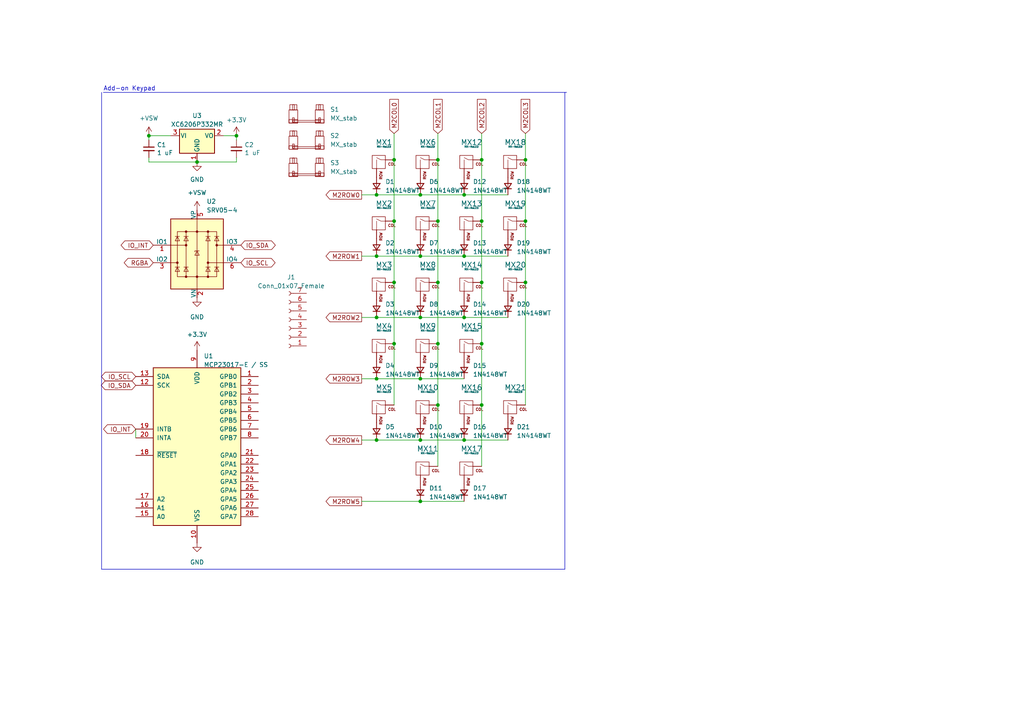
<source format=kicad_sch>
(kicad_sch (version 20231120) (generator "eeschema") (generator_version "8.0")
  (paper "A4")
  (lib_symbols
    (symbol "Connector:Conn_01x07_Female" (pin_names (offset 1.016) hide)
      (property "Reference" "J" (at 0 10.16 0))
      (property "Value" "Conn_01x07_Female" (at 0 -10.16 0))
      (symbol "Conn_01x07_Female_1_1"
        (arc (start 0 -7.112) (mid -0.5058 -7.62) (end 0 -8.128) (stroke (width 0.1524)))
        (arc (start 0 -4.572) (mid -0.5058 -5.08) (end 0 -5.588) (stroke (width 0.1524)))
        (arc (start 0 -2.032) (mid -0.5058 -2.54) (end 0 -3.048) (stroke (width 0.1524)))
        (polyline (pts (xy -1.27 -7.62) (xy -0.508 -7.62)) (stroke (width 0.1524)))
        (polyline (pts (xy -1.27 -5.08) (xy -0.508 -5.08)) (stroke (width 0.1524)))
        (polyline (pts (xy -1.27 -2.54) (xy -0.508 -2.54)) (stroke (width 0.1524)))
        (polyline (pts (xy -1.27 0) (xy -0.508 0)) (stroke (width 0.1524)))
        (polyline (pts (xy -1.27 2.54) (xy -0.508 2.54)) (stroke (width 0.1524)))
        (polyline (pts (xy -1.27 5.08) (xy -0.508 5.08)) (stroke (width 0.1524)))
        (polyline (pts (xy -1.27 7.62) (xy -0.508 7.62)) (stroke (width 0.1524)))
        (arc (start 0 0.508) (mid -0.5058 0) (end 0 -0.508) (stroke (width 0.1524)))
        (arc (start 0 3.048) (mid -0.5058 2.54) (end 0 2.032) (stroke (width 0.1524)))
        (arc (start 0 5.588) (mid -0.5058 5.08) (end 0 4.572) (stroke (width 0.1524)))
        (arc (start 0 8.128) (mid -0.5058 7.62) (end 0 7.112) (stroke (width 0.1524)))
        (pin passive line (at -5.08 7.62 0) (length 3.81) (name "Pin_1") (number "1"))
        (pin passive line (at -5.08 5.08 0) (length 3.81) (name "Pin_2") (number "2"))
        (pin passive line (at -5.08 2.54 0) (length 3.81) (name "Pin_3") (number "3"))
        (pin passive line (at -5.08 0 0) (length 3.81) (name "Pin_4") (number "4"))
        (pin passive line (at -5.08 -2.54 0) (length 3.81) (name "Pin_5") (number "5"))
        (pin passive line (at -5.08 -5.08 0) (length 3.81) (name "Pin_6") (number "6"))
        (pin passive line (at -5.08 -7.62 0) (length 3.81) (name "Pin_7") (number "7"))
      )
    )
    (symbol "Device:C_Small" (pin_numbers hide) (pin_names (offset 0.254) hide)
      (property "Reference" "C" (at 0.254 1.778 0))
      (property "Value" "C_Small" (at 0.254 -2.032 0))
      (symbol "C_Small_0_1"
        (polyline (pts (xy -1.524 -0.508) (xy 1.524 -0.508)) (stroke (width 0.3302)))
        (polyline (pts (xy -1.524 0.508) (xy 1.524 0.508)) (stroke (width 0.3048)))
      )
      (symbol "C_Small_1_1"
        (pin passive line (at 0 2.54 270) (length 2.032) (name "~") (number "1"))
        (pin passive line (at 0 -2.54 90) (length 2.032) (name "~") (number "2"))
      )
    )
    (symbol "Device:D_Small" (pin_numbers hide) (pin_names (offset 0.254) hide)
      (property "Reference" "D" (at -1.27 2.032 0))
      (property "Value" "D_Small" (at -3.81 -2.032 0))
      (symbol "D_Small_0_1"
        (polyline (pts (xy -0.762 -1.016) (xy -0.762 1.016)) (stroke (width 0.254)))
        (polyline (pts (xy -0.762 0) (xy 0.762 0)))
        (polyline (pts (xy 0.762 -1.016) (xy -0.762 0) (xy 0.762 1.016) (xy 0.762 -1.016)) (stroke (width 0.254)))
      )
      (symbol "D_Small_1_1"
        (pin passive line (at -2.54 0 0) (length 1.778) (name "K") (number "1"))
        (pin passive line (at 2.54 0 180) (length 1.778) (name "A") (number "2"))
      )
    )
    (symbol "Interface_Expansion:MCP23017_SO" (pin_names (offset 1.016))
      (property "Reference" "U" (at -11.43 24.13 0))
      (property "Value" "MCP23017_SO" (at 0 0 0))
      (symbol "MCP23017_SO_0_1"
        (rectangle (start -12.7 22.86) (end 12.7 -22.86) (stroke (width 0.254)) (fill (type background)))
      )
      (symbol "MCP23017_SO_1_1"
        (pin bidirectional line (at 17.78 20.32 180) (length 5.08) (name "GPB0") (number "1"))
        (pin power_in line (at 0 -27.94 90) (length 5.08) (name "VSS") (number "10"))
        (pin no_connect line (at -12.7 15.24 0) (length 5.08) hide (name "NC") (number "11"))
        (pin input line (at -17.78 17.78 0) (length 5.08) (name "SCK") (number "12"))
        (pin bidirectional line (at -17.78 20.32 0) (length 5.08) (name "SDA") (number "13"))
        (pin no_connect line (at -12.7 12.7 0) (length 5.08) hide (name "NC") (number "14"))
        (pin input line (at -17.78 -20.32 0) (length 5.08) (name "A0") (number "15"))
        (pin input line (at -17.78 -17.78 0) (length 5.08) (name "A1") (number "16"))
        (pin input line (at -17.78 -15.24 0) (length 5.08) (name "A2") (number "17"))
        (pin input line (at -17.78 -2.54 0) (length 5.08) (name "~{RESET}") (number "18"))
        (pin tri_state line (at -17.78 5.08 0) (length 5.08) (name "INTB") (number "19"))
        (pin bidirectional line (at 17.78 17.78 180) (length 5.08) (name "GPB1") (number "2"))
        (pin tri_state line (at -17.78 2.54 0) (length 5.08) (name "INTA") (number "20"))
        (pin bidirectional line (at 17.78 -2.54 180) (length 5.08) (name "GPA0") (number "21"))
        (pin bidirectional line (at 17.78 -5.08 180) (length 5.08) (name "GPA1") (number "22"))
        (pin bidirectional line (at 17.78 -7.62 180) (length 5.08) (name "GPA2") (number "23"))
        (pin bidirectional line (at 17.78 -10.16 180) (length 5.08) (name "GPA3") (number "24"))
        (pin bidirectional line (at 17.78 -12.7 180) (length 5.08) (name "GPA4") (number "25"))
        (pin bidirectional line (at 17.78 -15.24 180) (length 5.08) (name "GPA5") (number "26"))
        (pin bidirectional line (at 17.78 -17.78 180) (length 5.08) (name "GPA6") (number "27"))
        (pin bidirectional line (at 17.78 -20.32 180) (length 5.08) (name "GPA7") (number "28"))
        (pin bidirectional line (at 17.78 15.24 180) (length 5.08) (name "GPB2") (number "3"))
        (pin bidirectional line (at 17.78 12.7 180) (length 5.08) (name "GPB3") (number "4"))
        (pin bidirectional line (at 17.78 10.16 180) (length 5.08) (name "GPB4") (number "5"))
        (pin bidirectional line (at 17.78 7.62 180) (length 5.08) (name "GPB5") (number "6"))
        (pin bidirectional line (at 17.78 5.08 180) (length 5.08) (name "GPB6") (number "7"))
        (pin bidirectional line (at 17.78 2.54 180) (length 5.08) (name "GPB7") (number "8"))
        (pin power_in line (at 0 27.94 270) (length 5.08) (name "VDD") (number "9"))
      )
    )
    (symbol "MX_Alps_Hybrid:MX-NoLED" (pin_names (offset 1.016))
      (property "Reference" "MX" (at -0.635 3.81 0))
      (property "Value" "MX-NoLED" (at -0.635 1.27 0))
      (symbol "MX-NoLED_0_0"
        (rectangle (start -2.54 2.54) (end 1.27 -1.27))
        (polyline (pts (xy -1.27 -1.27) (xy -1.27 1.27)) (stroke (width 0.127)))
        (polyline (pts (xy 1.27 1.27) (xy 0 1.27) (xy -1.27 1.905)) (stroke (width 0.127)))
        (text "COL" (at 3.175 0 0) (effects (font (size 0.762 0.762))))
        (text "ROW" (at 0 -1.905 900) (effects (font (size 0.762 0.762)) (justify right)))
      )
      (symbol "MX-NoLED_1_1"
        (pin passive line (at 3.81 1.27 180) (length 2.54) (name "COL") (number "1"))
        (pin passive line (at -1.27 -3.81 90) (length 2.54) (name "ROW") (number "2"))
      )
    )
    (symbol "Power_Protection:SRV05-4" (pin_names (offset 0))
      (property "Reference" "U" (at -5.08 11.43 0))
      (property "Value" "SRV05-4" (at 2.54 11.43 0))
      (symbol "SRV05-4_0_0"
        (rectangle (start -5.715 6.477) (end 5.715 -6.604))
        (polyline (pts (xy -3.175 -6.604) (xy -3.175 6.477)))
        (polyline (pts (xy 3.175 6.477) (xy 3.175 -6.604)))
      )
      (symbol "SRV05-4_0_1"
        (rectangle (start -7.62 10.16) (end 7.62 -10.16) (stroke (width 0.254)) (fill (type background)))
        (circle (center -5.715 -2.54) (radius 0.2794) (fill (type outline)))
        (circle (center -3.175 -6.604) (radius 0.2794) (fill (type outline)))
        (circle (center -3.175 2.54) (radius 0.2794) (fill (type outline)))
        (circle (center -3.175 6.477) (radius 0.2794) (fill (type outline)))
        (circle (center 0 -6.604) (radius 0.2794) (fill (type outline)))
        (polyline (pts (xy -7.747 2.54) (xy -3.175 2.54)))
        (polyline (pts (xy -7.62 -2.54) (xy -5.715 -2.54)))
        (polyline (pts (xy -5.08 -3.81) (xy -6.35 -3.81)))
        (polyline (pts (xy -5.08 5.08) (xy -6.35 5.08)))
        (polyline (pts (xy -2.54 -3.81) (xy -3.81 -3.81)))
        (polyline (pts (xy -2.54 5.08) (xy -3.81 5.08)))
        (polyline (pts (xy 0 10.16) (xy 0 -10.16)))
        (polyline (pts (xy 3.81 -3.81) (xy 2.54 -3.81)))
        (polyline (pts (xy 3.81 5.08) (xy 2.54 5.08)))
        (polyline (pts (xy 6.35 -3.81) (xy 5.08 -3.81)))
        (polyline (pts (xy 6.35 5.08) (xy 5.08 5.08)))
        (polyline (pts (xy 7.62 -2.54) (xy 3.175 -2.54)))
        (polyline (pts (xy 7.62 2.54) (xy 5.715 2.54)))
        (polyline (pts (xy 0.635 0.889) (xy -0.635 0.889) (xy -0.635 0.635)))
        (polyline (pts (xy -5.08 -5.08) (xy -6.35 -5.08) (xy -5.715 -3.81) (xy -5.08 -5.08)))
        (polyline (pts (xy -5.08 3.81) (xy -6.35 3.81) (xy -5.715 5.08) (xy -5.08 3.81)))
        (polyline (pts (xy -2.54 -5.08) (xy -3.81 -5.08) (xy -3.175 -3.81) (xy -2.54 -5.08)))
        (polyline (pts (xy -2.54 3.81) (xy -3.81 3.81) (xy -3.175 5.08) (xy -2.54 3.81)))
        (polyline (pts (xy 0.635 -0.381) (xy -0.635 -0.381) (xy 0 0.889) (xy 0.635 -0.381)))
        (polyline (pts (xy 3.81 -5.08) (xy 2.54 -5.08) (xy 3.175 -3.81) (xy 3.81 -5.08)))
        (polyline (pts (xy 3.81 3.81) (xy 2.54 3.81) (xy 3.175 5.08) (xy 3.81 3.81)))
        (polyline (pts (xy 6.35 -5.08) (xy 5.08 -5.08) (xy 5.715 -3.81) (xy 6.35 -5.08)))
        (polyline (pts (xy 6.35 3.81) (xy 5.08 3.81) (xy 5.715 5.08) (xy 6.35 3.81)))
        (circle (center 0 6.477) (radius 0.2794) (fill (type outline)))
        (circle (center 3.175 -6.604) (radius 0.2794) (fill (type outline)))
        (circle (center 3.175 -2.54) (radius 0.2794) (fill (type outline)))
        (circle (center 3.175 6.477) (radius 0.2794) (fill (type outline)))
        (circle (center 5.715 2.54) (radius 0.2794) (fill (type outline)))
      )
      (symbol "SRV05-4_1_1"
        (pin passive line (at -12.7 2.54 0) (length 5.08) (name "IO1") (number "1"))
        (pin passive line (at 0 -12.7 90) (length 2.54) (name "VN") (number "2"))
        (pin passive line (at -12.7 -2.54 0) (length 5.08) (name "IO2") (number "3"))
        (pin passive line (at 12.7 2.54 180) (length 5.08) (name "IO3") (number "4"))
        (pin passive line (at 0 12.7 270) (length 2.54) (name "VP") (number "5"))
        (pin passive line (at 12.7 -2.54 180) (length 5.08) (name "IO4") (number "6"))
      )
    )
    (symbol "Regulator_Linear:XC6206PxxxMR" (pin_names (offset 0.254))
      (property "Reference" "U" (at -3.81 3.175 0))
      (property "Value" "XC6206PxxxMR" (at 0 3.175 0))
      (symbol "XC6206PxxxMR_0_1"
        (rectangle (start -5.08 1.905) (end 5.08 -5.08) (stroke (width 0.254)) (fill (type background)))
      )
      (symbol "XC6206PxxxMR_1_1"
        (pin power_in line (at 0 -7.62 90) (length 2.54) (name "GND") (number "1"))
        (pin power_out line (at 7.62 0 180) (length 2.54) (name "VO") (number "2"))
        (pin power_in line (at -7.62 0 0) (length 2.54) (name "VI") (number "3"))
      )
    )
    (symbol "marbastlib-mx:MX_stab" (pin_names (offset 1.016))
      (property "Reference" "S" (at -5.08 6.35 0))
      (property "Value" "MX_stab" (at -5.08 3.81 0))
      (symbol "MX_stab_0_1"
        (rectangle (start -5.08 -1.524) (end -2.54 -2.54))
        (rectangle (start -5.08 1.27) (end -2.54 -2.54))
        (rectangle (start -4.826 2.794) (end -2.794 1.27))
        (rectangle (start -4.064 -2.286) (end -3.556 -1.016))
        (rectangle (start -4.064 -1.778) (end 4.064 -2.286))
        (rectangle (start -4.064 1.27) (end -3.556 2.794))
        (rectangle (start 2.54 -1.524) (end 5.08 -2.54))
        (rectangle (start 2.54 1.27) (end 5.08 -2.54))
        (rectangle (start 2.794 2.794) (end 4.826 1.27))
        (rectangle (start 3.556 1.27) (end 4.064 2.794))
        (rectangle (start 4.064 -2.286) (end 3.556 -1.016))
      )
    )
    (symbol "power:+3.3V" (power) (pin_names (offset 0))
      (property "Value" "+3.3V" (at 0 3.556 0))
      (symbol "+3.3V_0_1"
        (polyline (pts (xy -0.762 1.27) (xy 0 2.54)))
        (polyline (pts (xy 0 0) (xy 0 2.54)))
        (polyline (pts (xy 0 2.54) (xy 0.762 1.27)))
      )
      (symbol "+3.3V_1_1"
        (pin power_in line (at 0 0 90) (length 0) hide (name "+3.3V") (number "1"))
      )
    )
    (symbol "power:+VSW" (power) (pin_names (offset 0))
      (property "Value" "+VSW" (at 0 3.556 0))
      (symbol "+VSW_0_1"
        (polyline (pts (xy -0.762 1.27) (xy 0 2.54)))
        (polyline (pts (xy 0 0) (xy 0 2.54)))
        (polyline (pts (xy 0 2.54) (xy 0.762 1.27)))
      )
      (symbol "+VSW_1_1"
        (pin power_in line (at 0 0 90) (length 0) hide (name "+VSW") (number "1"))
      )
    )
    (symbol "power:GND" (power) (pin_names (offset 0))
      (property "Value" "GND" (at 0 -3.81 0))
      (symbol "GND_0_1"
        (polyline (pts (xy 0 0) (xy 0 -1.27) (xy 1.27 -1.27) (xy 0 -2.54) (xy -1.27 -1.27) (xy 0 -1.27)))
      )
      (symbol "GND_1_1"
        (pin power_in line (at 0 0 270) (length 0) hide (name "GND") (number "1"))
      )
    )
  )
  (junction (at 139.7 117.475))
  (junction (at 127 64.135))
  (junction (at 121.92 109.855))
  (junction (at 121.92 56.515))
  (junction (at 114.3 64.135))
  (junction (at 109.22 92.075))
  (junction (at 68.58 39.37))
  (junction (at 127 81.915))
  (junction (at 121.92 74.295))
  (junction (at 127 99.695))
  (junction (at 134.62 127.635))
  (junction (at 152.4 81.915))
  (junction (at 57.15 46.99))
  (junction (at 152.4 64.135))
  (junction (at 109.22 74.295))
  (junction (at 139.7 64.135))
  (junction (at 152.4 46.355))
  (junction (at 109.22 56.515))
  (junction (at 139.7 81.915))
  (junction (at 121.92 145.415))
  (junction (at 134.62 56.515))
  (junction (at 127 117.475))
  (junction (at 121.92 127.635))
  (junction (at 114.3 81.915))
  (junction (at 134.62 92.075))
  (junction (at 109.22 109.855))
  (junction (at 114.3 46.355))
  (junction (at 127 46.355))
  (junction (at 43.18 39.37))
  (junction (at 139.7 46.355))
  (junction (at 139.7 99.695))
  (junction (at 114.3 99.695))
  (junction (at 109.22 127.635))
  (junction (at 121.92 92.075))
  (junction (at 134.62 74.295))
  (wire (pts (xy 121.92 92.075) (xy 134.62 92.075)))
  (wire (pts (xy 127 81.915) (xy 127 99.695)))
  (wire (pts (xy 121.92 145.415) (xy 134.62 145.415)))
  (wire (pts (xy 127 117.475) (xy 127 135.255)))
  (wire (pts (xy 152.4 38.735) (xy 152.4 46.355)))
  (wire (pts (xy 134.62 92.075) (xy 147.32 92.075)))
  (wire (pts (xy 64.77 39.37) (xy 68.58 39.37)))
  (wire (pts (xy 43.18 39.37) (xy 43.18 40.64)))
  (wire (pts (xy 114.3 99.695) (xy 114.3 117.475)))
  (wire (pts (xy 114.3 38.735) (xy 114.3 46.355)))
  (wire (pts (xy 109.22 74.295) (xy 121.92 74.295)))
  (wire (pts (xy 68.58 39.37) (xy 68.58 40.64)))
  (wire (pts (xy 43.18 39.37) (xy 49.53 39.37)))
  (wire (pts (xy 104.902 127.635) (xy 109.22 127.635)))
  (wire (pts (xy 109.22 109.855) (xy 121.92 109.855)))
  (wire (pts (xy 152.4 81.915) (xy 152.4 117.475)))
  (wire (pts (xy 121.92 127.635) (xy 134.62 127.635)))
  (wire (pts (xy 139.7 81.915) (xy 139.7 99.695)))
  (wire (pts (xy 109.22 127.635) (xy 121.92 127.635)))
  (wire (pts (xy 134.62 127.635) (xy 147.32 127.635)))
  (wire (pts (xy 104.902 109.855) (xy 109.22 109.855)))
  (wire (pts (xy 139.7 38.735) (xy 139.7 46.355)))
  (wire (pts (xy 104.902 56.515) (xy 109.22 56.515)))
  (wire (pts (xy 139.7 117.475) (xy 139.7 135.255)))
  (wire (pts (xy 121.92 109.855) (xy 134.62 109.855)))
  (wire (pts (xy 152.4 64.135) (xy 152.4 81.915)))
  (wire (pts (xy 127 38.735) (xy 127 46.355)))
  (wire (pts (xy 114.3 64.135) (xy 114.3 81.915)))
  (polyline (pts (xy 163.83 165.1) (xy 29.464 165.1)) (stroke (width 0) (type solid)))
  (wire (pts (xy 43.18 45.72) (xy 43.18 46.99)))
  (wire (pts (xy 104.902 145.415) (xy 121.92 145.415)))
  (wire (pts (xy 121.92 56.515) (xy 134.62 56.515)))
  (wire (pts (xy 139.7 99.695) (xy 139.7 117.475)))
  (wire (pts (xy 139.7 46.355) (xy 139.7 64.135)))
  (wire (pts (xy 68.58 45.72) (xy 68.58 46.99)))
  (wire (pts (xy 127 64.135) (xy 127 81.915)))
  (wire (pts (xy 109.22 92.075) (xy 121.92 92.075)))
  (wire (pts (xy 104.902 92.075) (xy 109.22 92.075)))
  (wire (pts (xy 109.22 56.515) (xy 121.92 56.515)))
  (polyline (pts (xy 29.464 26.797) (xy 29.464 165.1)) (stroke (width 0) (type solid)))
  (polyline (pts (xy 163.83 26.797) (xy 163.83 165.1)) (stroke (width 0) (type solid)))
  (polyline (pts (xy 29.972 26.797) (xy 164.338 26.797)) (stroke (width 0) (type solid)))
  (wire (pts (xy 114.3 46.355) (xy 114.3 64.135)))
  (wire (pts (xy 43.18 46.99) (xy 57.15 46.99)))
  (wire (pts (xy 127 99.695) (xy 127 117.475)))
  (wire (pts (xy 39.37 124.46) (xy 39.37 127)))
  (wire (pts (xy 104.902 74.295) (xy 109.22 74.295)))
  (wire (pts (xy 152.4 46.355) (xy 152.4 64.135)))
  (wire (pts (xy 121.92 74.295) (xy 134.62 74.295)))
  (wire (pts (xy 127 46.355) (xy 127 64.135)))
  (wire (pts (xy 134.62 74.295) (xy 147.32 74.295)))
  (wire (pts (xy 114.3 81.915) (xy 114.3 99.695)))
  (wire (pts (xy 134.62 56.515) (xy 147.32 56.515)))
  (wire (pts (xy 139.7 64.135) (xy 139.7 81.915)))
  (wire (pts (xy 57.15 46.99) (xy 68.58 46.99)))
  (text "Add-on Keypad" (at 29.972 26.543 0) (effects (font (size 1.27 1.27)) (justify left bottom)))
  (global_label "IO_SCL" (shape bidirectional) (at 39.37 109.22 180) (property "Intersheetrefs" "${INTERSHEET_REFS}" (effects (hide yes))))
  (global_label "IO_INT" (shape bidirectional) (at 39.37 124.46 180) (property "Intersheetrefs" "${INTERSHEET_REFS}" (effects (hide yes))))
  (global_label "M2ROW4" (shape output) (at 104.902 127.635 180) (property "Intersheetrefs" "${INTERSHEET_REFS}" (effects (hide yes))))
  (global_label "M2COL2" (shape input) (at 139.7 38.735 90) (property "Intersheetrefs" "${INTERSHEET_REFS}" (effects (hide yes))))
  (global_label "IO_SCL" (shape bidirectional) (at 69.85 76.2 0) (property "Intersheetrefs" "${INTERSHEET_REFS}" (effects (hide yes))))
  (global_label "IO_INT" (shape bidirectional) (at 44.45 71.12 180) (property "Intersheetrefs" "${INTERSHEET_REFS}" (effects (hide yes))))
  (global_label "M2COL3" (shape input) (at 152.4 38.735 90) (property "Intersheetrefs" "${INTERSHEET_REFS}" (effects (hide yes))))
  (global_label "M2ROW3" (shape output) (at 104.902 109.855 180) (property "Intersheetrefs" "${INTERSHEET_REFS}" (effects (hide yes))))
  (global_label "M2COL1" (shape input) (at 127 38.735 90) (property "Intersheetrefs" "${INTERSHEET_REFS}" (effects (hide yes))))
  (global_label "M2COL0" (shape input) (at 114.3 38.735 90) (property "Intersheetrefs" "${INTERSHEET_REFS}" (effects (hide yes))))
  (global_label "M2ROW1" (shape output) (at 104.902 74.295 180) (property "Intersheetrefs" "${INTERSHEET_REFS}" (effects (hide yes))))
  (global_label "RGBA" (shape bidirectional) (at 44.45 76.2 180) (property "Intersheetrefs" "${INTERSHEET_REFS}" (effects (hide yes))))
  (global_label "M2ROW2" (shape output) (at 104.902 92.075 180) (property "Intersheetrefs" "${INTERSHEET_REFS}" (effects (hide yes))))
  (global_label "M2ROW0" (shape output) (at 104.902 56.515 180) (property "Intersheetrefs" "${INTERSHEET_REFS}" (effects (hide yes))))
  (global_label "IO_SDA" (shape bidirectional) (at 69.85 71.12 0) (property "Intersheetrefs" "${INTERSHEET_REFS}" (effects (hide yes))))
  (global_label "IO_SDA" (shape bidirectional) (at 39.37 111.76 180) (property "Intersheetrefs" "${INTERSHEET_REFS}" (effects (hide yes))))
  (global_label "M2ROW5" (shape output) (at 104.902 145.415 180) (property "Intersheetrefs" "${INTERSHEET_REFS}" (effects (hide yes))))
  (symbol (lib_id "Device:C_Small") (at 68.58 43.18 0) (unit 1)
    (property "Reference" "C2" (at 70.9168 42.0116 0) (effects (justify left)))
    (property "Value" "1 uF" (at 70.9168 44.323 0) (effects (justify left)))
    (property "Footprint" "Capacitor_SMD:C_0402_1005Metric" (effects (hide yes)))
    (property "Notes" "X7R, 10%" (effects (hide yes)))
  )
  (symbol (lib_id "MX_Alps_Hybrid:MX-NoLED") (at 135.89 47.625 0) (unit 1)
    (property "Reference" "MX12" (at 136.7756 41.275 0) (effects (font (size 1.524 1.524))))
    (property "Value" "MX-NoLED" (at 136.7756 42.545 0) (effects (font (size 0.508 0.508))))
    (property "Footprint" "keyswitches:Kailh_socket_MX" (effects (hide yes)))
  )
  (symbol (lib_id "MX_Alps_Hybrid:MX-NoLED") (at 148.59 118.745 0) (unit 1)
    (property "Reference" "MX21" (at 149.4756 112.395 0) (effects (font (size 1.524 1.524))))
    (property "Value" "MX-NoLED" (at 149.4756 113.665 0) (effects (font (size 0.508 0.508))))
    (property "Footprint" "keyswitches:Kailh_socket_MX" (effects (hide yes)))
  )
  (symbol (lib_id "Interface_Expansion:MCP23017_SO") (at 57.15 129.54 0) (unit 1)
    (property "Reference" "U1" (at 59.1059 103.251 0) (effects (justify left)))
    (property "Value" "MCP23017-E / SS" (at 59.1059 105.791 0) (effects (justify left)))
    (property "Footprint" "Package_SO:SSOP-28_5.3x10.2mm_P0.65mm" (effects (hide yes)))
    (property "Datasheet" "http://ww1.microchip.com/downloads/en/DeviceDoc/20001952C.pdf" (effects (hide yes)))
  )
  (symbol (lib_id "Device:D_Small") (at 147.32 125.095 90) (unit 1)
    (property "Reference" "D21" (at 149.86 123.8249 90) (effects (justify right)))
    (property "Value" "1N4148WT" (at 149.86 126.3649 90) (effects (justify right)))
    (property "Footprint" "Diode_SMD:D_SOD-523" (effects (hide yes)))
    (property "Datasheet" "https://www.diodes.com/assets/Datasheets/ds30396.pdf" (effects (hide yes)))
  )
  (symbol (lib_id "MX_Alps_Hybrid:MX-NoLED") (at 123.19 65.405 0) (unit 1)
    (property "Reference" "MX7" (at 124.0756 59.055 0) (effects (font (size 1.524 1.524))))
    (property "Value" "MX-NoLED" (at 124.0756 60.325 0) (effects (font (size 0.508 0.508))))
    (property "Footprint" "keyswitches:Kailh_socket_MX" (effects (hide yes)))
  )
  (symbol (lib_id "Device:D_Small") (at 121.92 71.755 90) (unit 1)
    (property "Reference" "D7" (at 124.46 70.4849 90) (effects (justify right)))
    (property "Value" "1N4148WT" (at 124.46 73.0249 90) (effects (justify right)))
    (property "Footprint" "Diode_SMD:D_SOD-523" (effects (hide yes)))
    (property "Datasheet" "https://www.diodes.com/assets/Datasheets/ds30396.pdf" (effects (hide yes)))
  )
  (symbol (lib_id "MX_Alps_Hybrid:MX-NoLED") (at 148.59 65.405 0) (unit 1)
    (property "Reference" "MX19" (at 149.4756 59.055 0) (effects (font (size 1.524 1.524))))
    (property "Value" "MX-NoLED" (at 149.4756 60.325 0) (effects (font (size 0.508 0.508))))
    (property "Footprint" "keyswitches:Kailh_socket_MX" (effects (hide yes)))
  )
  (symbol (lib_id "MX_Alps_Hybrid:MX-NoLED") (at 123.19 118.745 0) (unit 1)
    (property "Reference" "MX10" (at 124.0756 112.395 0) (effects (font (size 1.524 1.524))))
    (property "Value" "MX-NoLED" (at 124.0756 113.665 0) (effects (font (size 0.508 0.508))))
    (property "Footprint" "keyswitches:Kailh_socket_MX" (effects (hide yes)))
  )
  (symbol (lib_id "Device:D_Small") (at 121.92 107.315 90) (unit 1)
    (property "Reference" "D9" (at 124.46 106.0449 90) (effects (justify right)))
    (property "Value" "1N4148WT" (at 124.46 108.5849 90) (effects (justify right)))
    (property "Footprint" "Diode_SMD:D_SOD-523" (effects (hide yes)))
    (property "Datasheet" "https://www.diodes.com/assets/Datasheets/ds30396.pdf" (effects (hide yes)))
  )
  (symbol (lib_id "MX_Alps_Hybrid:MX-NoLED") (at 135.89 100.965 0) (unit 1)
    (property "Reference" "MX15" (at 136.7756 94.615 0) (effects (font (size 1.524 1.524))))
    (property "Value" "MX-NoLED" (at 136.7756 95.885 0) (effects (font (size 0.508 0.508))))
    (property "Footprint" "keyswitches:Kailh_socket_MX" (effects (hide yes)))
  )
  (symbol (lib_id "Device:D_Small") (at 121.92 142.875 90) (unit 1)
    (property "Reference" "D11" (at 124.46 141.6049 90) (effects (justify right)))
    (property "Value" "1N4148WT" (at 124.46 144.1449 90) (effects (justify right)))
    (property "Footprint" "Diode_SMD:D_SOD-523" (effects (hide yes)))
    (property "Datasheet" "https://www.diodes.com/assets/Datasheets/ds30396.pdf" (effects (hide yes)))
  )
  (symbol (lib_id "MX_Alps_Hybrid:MX-NoLED") (at 135.89 65.405 0) (unit 1)
    (property "Reference" "MX13" (at 136.7756 59.055 0) (effects (font (size 1.524 1.524))))
    (property "Value" "MX-NoLED" (at 136.7756 60.325 0) (effects (font (size 0.508 0.508))))
    (property "Footprint" "keyswitches:Kailh_socket_MX" (effects (hide yes)))
  )
  (symbol (lib_id "MX_Alps_Hybrid:MX-NoLED") (at 123.19 100.965 0) (unit 1)
    (property "Reference" "MX9" (at 124.0756 94.615 0) (effects (font (size 1.524 1.524))))
    (property "Value" "MX-NoLED" (at 124.0756 95.885 0) (effects (font (size 0.508 0.508))))
    (property "Footprint" "keyswitches:Kailh_socket_MX" (effects (hide yes)))
  )
  (symbol (lib_id "Connector:Conn_01x07_Female") (at 83.82 92.71 180) (unit 1)
    (property "Reference" "J1" (at 84.455 80.391 0))
    (property "Value" "Conn_01x07_Female" (at 84.455 82.931 0))
    (property "Footprint" "Custom:magnetic_connector_7pin_right_angle_female" (effects (hide yes)))
  )
  (symbol (lib_id "MX_Alps_Hybrid:MX-NoLED") (at 135.89 136.525 0) (unit 1)
    (property "Reference" "MX17" (at 136.7756 130.175 0) (effects (font (size 1.524 1.524))))
    (property "Value" "MX-NoLED" (at 136.7756 131.445 0) (effects (font (size 0.508 0.508))))
    (property "Footprint" "keyswitches:Kailh_socket_MX" (effects (hide yes)))
  )
  (symbol (lib_id "Device:D_Small") (at 134.62 89.535 90) (unit 1)
    (property "Reference" "D14" (at 137.16 88.2649 90) (effects (justify right)))
    (property "Value" "1N4148WT" (at 137.16 90.8049 90) (effects (justify right)))
    (property "Footprint" "Diode_SMD:D_SOD-523" (effects (hide yes)))
    (property "Datasheet" "https://www.diodes.com/assets/Datasheets/ds30396.pdf" (effects (hide yes)))
  )
  (symbol (lib_id "MX_Alps_Hybrid:MX-NoLED") (at 110.49 100.965 0) (unit 1)
    (property "Reference" "MX4" (at 111.3756 94.615 0) (effects (font (size 1.524 1.524))))
    (property "Value" "MX-NoLED" (at 111.3756 95.885 0) (effects (font (size 0.508 0.508))))
    (property "Footprint" "keyswitches:Kailh_socket_MX" (effects (hide yes)))
  )
  (symbol (lib_id "Device:D_Small") (at 134.62 71.755 90) (unit 1)
    (property "Reference" "D13" (at 137.16 70.4849 90) (effects (justify right)))
    (property "Value" "1N4148WT" (at 137.16 73.0249 90) (effects (justify right)))
    (property "Footprint" "Diode_SMD:D_SOD-523" (effects (hide yes)))
    (property "Datasheet" "https://www.diodes.com/assets/Datasheets/ds30396.pdf" (effects (hide yes)))
  )
  (symbol (lib_id "MX_Alps_Hybrid:MX-NoLED") (at 123.19 47.625 0) (unit 1)
    (property "Reference" "MX6" (at 124.0756 41.275 0) (effects (font (size 1.524 1.524))))
    (property "Value" "MX-NoLED" (at 124.0756 42.545 0) (effects (font (size 0.508 0.508))))
    (property "Footprint" "keyswitches:Kailh_socket_MX" (effects (hide yes)))
  )
  (symbol (lib_id "MX_Alps_Hybrid:MX-NoLED") (at 123.19 83.185 0) (unit 1)
    (property "Reference" "MX8" (at 124.0756 76.835 0) (effects (font (size 1.524 1.524))))
    (property "Value" "MX-NoLED" (at 124.0756 78.105 0) (effects (font (size 0.508 0.508))))
    (property "Footprint" "keyswitches:Kailh_socket_MX" (effects (hide yes)))
  )
  (symbol (lib_id "Device:D_Small") (at 109.22 89.535 90) (unit 1)
    (property "Reference" "D3" (at 111.76 88.2649 90) (effects (justify right)))
    (property "Value" "1N4148WT" (at 111.76 90.8049 90) (effects (justify right)))
    (property "Footprint" "Diode_SMD:D_SOD-523" (effects (hide yes)))
    (property "Datasheet" "https://www.diodes.com/assets/Datasheets/ds30396.pdf" (effects (hide yes)))
  )
  (symbol (lib_id "marbastlib-mx:MX_stab") (at 88.9 33.147 0) (unit 1)
    (property "Reference" "S1" (at 95.758 31.7499 0) (effects (justify left)))
    (property "Value" "MX_stab" (at 95.758 34.2899 0) (effects (justify left)))
    (property "Footprint" "marbastlib-mx:STAB_MX_P_2u" (effects (hide yes)))
  )
  (symbol (lib_id "MX_Alps_Hybrid:MX-NoLED") (at 123.19 136.525 0) (unit 1)
    (property "Reference" "MX11" (at 124.0756 130.175 0) (effects (font (size 1.524 1.524))))
    (property "Value" "MX-NoLED" (at 124.0756 131.445 0) (effects (font (size 0.508 0.508))))
    (property "Footprint" "keyswitches:Kailh_socket_MX" (effects (hide yes)))
  )
  (symbol (lib_id "MX_Alps_Hybrid:MX-NoLED") (at 135.89 83.185 0) (unit 1)
    (property "Reference" "MX14" (at 136.7756 76.835 0) (effects (font (size 1.524 1.524))))
    (property "Value" "MX-NoLED" (at 136.7756 78.105 0) (effects (font (size 0.508 0.508))))
    (property "Footprint" "keyswitches:Kailh_socket_MX" (effects (hide yes)))
  )
  (symbol (lib_id "MX_Alps_Hybrid:MX-NoLED") (at 135.89 118.745 0) (unit 1)
    (property "Reference" "MX16" (at 136.7756 112.395 0) (effects (font (size 1.524 1.524))))
    (property "Value" "MX-NoLED" (at 136.7756 113.665 0) (effects (font (size 0.508 0.508))))
    (property "Footprint" "keyswitches:Kailh_socket_MX" (effects (hide yes)))
  )
  (symbol (lib_id "Device:D_Small") (at 147.32 53.975 90) (unit 1)
    (property "Reference" "D18" (at 149.86 52.7049 90) (effects (justify right)))
    (property "Value" "1N4148WT" (at 149.86 55.2449 90) (effects (justify right)))
    (property "Footprint" "Diode_SMD:D_SOD-523" (effects (hide yes)))
    (property "Datasheet" "https://www.diodes.com/assets/Datasheets/ds30396.pdf" (effects (hide yes)))
  )
  (symbol (lib_id "Device:D_Small") (at 134.62 53.975 90) (unit 1)
    (property "Reference" "D12" (at 137.16 52.7049 90) (effects (justify right)))
    (property "Value" "1N4148WT" (at 137.16 55.2449 90) (effects (justify right)))
    (property "Footprint" "Diode_SMD:D_SOD-523" (effects (hide yes)))
    (property "Datasheet" "https://www.diodes.com/assets/Datasheets/ds30396.pdf" (effects (hide yes)))
  )
  (symbol (lib_id "power:GND") (at 57.15 46.99 0) (mirror y) (unit 1)
    (property "Reference" "#PWR06" (effects (hide yes)))
    (property "Value" "GND" (at 57.15 52.07 0))
  )
  (symbol (lib_id "Regulator_Linear:XC6206PxxxMR") (at 57.15 39.37 0) (unit 1)
    (property "Reference" "U3" (at 57.15 33.528 0))
    (property "Value" "XC6206P332MR" (at 57.15 36.068 0))
    (property "Footprint" "Package_TO_SOT_SMD:SOT-23" (effects (hide yes)))
    (property "Datasheet" "https://www.torexsemi.com/file/xc6206/XC6206.pdf" (effects (hide yes)))
  )
  (symbol (lib_id "Device:D_Small") (at 109.22 53.975 90) (unit 1)
    (property "Reference" "D1" (at 111.76 52.7049 90) (effects (justify right)))
    (property "Value" "1N4148WT" (at 111.76 55.2449 90) (effects (justify right)))
    (property "Footprint" "Diode_SMD:D_SOD-523" (effects (hide yes)))
    (property "Datasheet" "https://www.diodes.com/assets/Datasheets/ds30396.pdf" (effects (hide yes)))
  )
  (symbol (lib_id "marbastlib-mx:MX_stab") (at 88.9 48.641 0) (unit 1)
    (property "Reference" "S3" (at 95.758 47.2439 0) (effects (justify left)))
    (property "Value" "MX_stab" (at 95.758 49.7839 0) (effects (justify left)))
    (property "Footprint" "marbastlib-mx:STAB_MX_P_2u" (effects (hide yes)))
  )
  (symbol (lib_id "MX_Alps_Hybrid:MX-NoLED") (at 148.59 83.185 0) (unit 1)
    (property "Reference" "MX20" (at 149.4756 76.835 0) (effects (font (size 1.524 1.524))))
    (property "Value" "MX-NoLED" (at 149.4756 78.105 0) (effects (font (size 0.508 0.508))))
    (property "Footprint" "keyswitches:Kailh_socket_MX" (effects (hide yes)))
  )
  (symbol (lib_id "Device:D_Small") (at 147.32 71.755 90) (unit 1)
    (property "Reference" "D19" (at 149.86 70.4849 90) (effects (justify right)))
    (property "Value" "1N4148WT" (at 149.86 73.0249 90) (effects (justify right)))
    (property "Footprint" "Diode_SMD:D_SOD-523" (effects (hide yes)))
    (property "Datasheet" "https://www.diodes.com/assets/Datasheets/ds30396.pdf" (effects (hide yes)))
  )
  (symbol (lib_id "Device:D_Small") (at 134.62 107.315 90) (unit 1)
    (property "Reference" "D15" (at 137.16 106.0449 90) (effects (justify right)))
    (property "Value" "1N4148WT" (at 137.16 108.5849 90) (effects (justify right)))
    (property "Footprint" "Diode_SMD:D_SOD-523" (effects (hide yes)))
    (property "Datasheet" "https://www.diodes.com/assets/Datasheets/ds30396.pdf" (effects (hide yes)))
  )
  (symbol (lib_id "power:GND") (at 57.15 86.36 0) (unit 1)
    (property "Reference" "#PWR05" (effects (hide yes)))
    (property "Value" "GND" (at 57.15 91.948 0))
  )
  (symbol (lib_id "Device:D_Small") (at 109.22 71.755 90) (unit 1)
    (property "Reference" "D2" (at 111.76 70.4849 90) (effects (justify right)))
    (property "Value" "1N4148WT" (at 111.76 73.0249 90) (effects (justify right)))
    (property "Footprint" "Diode_SMD:D_SOD-523" (effects (hide yes)))
    (property "Datasheet" "https://www.diodes.com/assets/Datasheets/ds30396.pdf" (effects (hide yes)))
  )
  (symbol (lib_id "MX_Alps_Hybrid:MX-NoLED") (at 110.49 83.185 0) (unit 1)
    (property "Reference" "MX3" (at 111.3756 76.835 0) (effects (font (size 1.524 1.524))))
    (property "Value" "MX-NoLED" (at 111.3756 78.105 0) (effects (font (size 0.508 0.508))))
    (property "Footprint" "keyswitches:Kailh_socket_MX" (effects (hide yes)))
  )
  (symbol (lib_id "Device:D_Small") (at 109.22 125.095 90) (unit 1)
    (property "Reference" "D5" (at 111.76 123.8249 90) (effects (justify right)))
    (property "Value" "1N4148WT" (at 111.76 126.3649 90) (effects (justify right)))
    (property "Footprint" "Diode_SMD:D_SOD-523" (effects (hide yes)))
    (property "Datasheet" "https://www.diodes.com/assets/Datasheets/ds30396.pdf" (effects (hide yes)))
  )
  (symbol (lib_id "power:GND") (at 57.15 157.48 0) (unit 1)
    (property "Reference" "#PWR03" (effects (hide yes)))
    (property "Value" "GND" (at 57.15 163.068 0))
  )
  (symbol (lib_id "Device:C_Small") (at 43.18 43.18 0) (unit 1)
    (property "Reference" "C1" (at 45.5168 42.0116 0) (effects (justify left)))
    (property "Value" "1 uF" (at 45.5168 44.323 0) (effects (justify left)))
    (property "Footprint" "Capacitor_SMD:C_0402_1005Metric" (effects (hide yes)))
    (property "Notes" "X7R, 10%" (effects (hide yes)))
  )
  (symbol (lib_id "power:+VSW") (at 57.15 60.96 0) (unit 1)
    (property "Reference" "#PWR04" (effects (hide yes)))
    (property "Value" "+VSW" (at 57.15 55.88 0))
  )
  (symbol (lib_id "MX_Alps_Hybrid:MX-NoLED") (at 110.49 47.625 0) (unit 1)
    (property "Reference" "MX1" (at 111.3756 41.275 0) (effects (font (size 1.524 1.524))))
    (property "Value" "MX-NoLED" (at 111.3756 42.545 0) (effects (font (size 0.508 0.508))))
    (property "Footprint" "keyswitches:Kailh_socket_MX" (effects (hide yes)))
  )
  (symbol (lib_id "marbastlib-mx:MX_stab") (at 88.9 40.767 0) (unit 1)
    (property "Reference" "S2" (at 95.758 39.3699 0) (effects (justify left)))
    (property "Value" "MX_stab" (at 95.758 41.9099 0) (effects (justify left)))
    (property "Footprint" "marbastlib-mx:STAB_MX_P_2u" (effects (hide yes)))
  )
  (symbol (lib_id "power:+VSW") (at 43.18 39.37 0) (unit 1)
    (property "Reference" "#PWR01" (effects (hide yes)))
    (property "Value" "+VSW" (at 43.18 34.29 0))
  )
  (symbol (lib_id "power:+3.3V") (at 57.15 101.6 0) (unit 1)
    (property "Reference" "#PWR02" (effects (hide yes)))
    (property "Value" "+3.3V" (at 57.15 97.028 0))
  )
  (symbol (lib_id "Device:D_Small") (at 109.22 107.315 90) (unit 1)
    (property "Reference" "D4" (at 111.76 106.0449 90) (effects (justify right)))
    (property "Value" "1N4148WT" (at 111.76 108.5849 90) (effects (justify right)))
    (property "Footprint" "Diode_SMD:D_SOD-523" (effects (hide yes)))
    (property "Datasheet" "https://www.diodes.com/assets/Datasheets/ds30396.pdf" (effects (hide yes)))
  )
  (symbol (lib_id "Device:D_Small") (at 134.62 125.095 90) (unit 1)
    (property "Reference" "D16" (at 137.16 123.8249 90) (effects (justify right)))
    (property "Value" "1N4148WT" (at 137.16 126.3649 90) (effects (justify right)))
    (property "Footprint" "Diode_SMD:D_SOD-523" (effects (hide yes)))
    (property "Datasheet" "https://www.diodes.com/assets/Datasheets/ds30396.pdf" (effects (hide yes)))
  )
  (symbol (lib_id "Device:D_Small") (at 121.92 125.095 90) (unit 1)
    (property "Reference" "D10" (at 124.46 123.8249 90) (effects (justify right)))
    (property "Value" "1N4148WT" (at 124.46 126.3649 90) (effects (justify right)))
    (property "Footprint" "Diode_SMD:D_SOD-523" (effects (hide yes)))
    (property "Datasheet" "https://www.diodes.com/assets/Datasheets/ds30396.pdf" (effects (hide yes)))
  )
  (symbol (lib_id "power:+3.3V") (at 68.58 39.37 0) (unit 1)
    (property "Reference" "#PWR07" (effects (hide yes)))
    (property "Value" "+3.3V" (at 68.58 34.798 0))
  )
  (symbol (lib_id "MX_Alps_Hybrid:MX-NoLED") (at 148.59 47.625 0) (unit 1)
    (property "Reference" "MX18" (at 149.4756 41.275 0) (effects (font (size 1.524 1.524))))
    (property "Value" "MX-NoLED" (at 149.4756 42.545 0) (effects (font (size 0.508 0.508))))
    (property "Footprint" "keyswitches:Kailh_socket_MX" (effects (hide yes)))
  )
  (symbol (lib_id "Device:D_Small") (at 121.92 53.975 90) (unit 1)
    (property "Reference" "D6" (at 124.46 52.7049 90) (effects (justify right)))
    (property "Value" "1N4148WT" (at 124.46 55.2449 90) (effects (justify right)))
    (property "Footprint" "Diode_SMD:D_SOD-523" (effects (hide yes)))
    (property "Datasheet" "https://www.diodes.com/assets/Datasheets/ds30396.pdf" (effects (hide yes)))
  )
  (symbol (lib_id "MX_Alps_Hybrid:MX-NoLED") (at 110.49 118.745 0) (unit 1)
    (property "Reference" "MX5" (at 111.3756 112.395 0) (effects (font (size 1.524 1.524))))
    (property "Value" "MX-NoLED" (at 111.3756 113.665 0) (effects (font (size 0.508 0.508))))
    (property "Footprint" "keyswitches:Kailh_socket_MX" (effects (hide yes)))
  )
  (symbol (lib_id "Device:D_Small") (at 121.92 89.535 90) (unit 1)
    (property "Reference" "D8" (at 124.46 88.2649 90) (effects (justify right)))
    (property "Value" "1N4148WT" (at 124.46 90.8049 90) (effects (justify right)))
    (property "Footprint" "Diode_SMD:D_SOD-523" (effects (hide yes)))
    (property "Datasheet" "https://www.diodes.com/assets/Datasheets/ds30396.pdf" (effects (hide yes)))
  )
  (symbol (lib_id "Power_Protection:SRV05-4") (at 57.15 73.66 0) (unit 1)
    (property "Reference" "U2" (at 59.9187 58.42 0) (effects (justify left)))
    (property "Value" "SRV05-4" (at 59.9187 60.96 0) (effects (justify left)))
    (property "Footprint" "Package_TO_SOT_SMD:SOT-23-6" (effects (hide yes)))
    (property "Datasheet" "http://www.onsemi.com/pub/Collateral/SRV05-4-D.PDF" (effects (hide yes)))
  )
  (symbol (lib_id "Device:D_Small") (at 147.32 89.535 90) (unit 1)
    (property "Reference" "D20" (at 149.86 88.2649 90) (effects (justify right)))
    (property "Value" "1N4148WT" (at 149.86 90.8049 90) (effects (justify right)))
    (property "Footprint" "Diode_SMD:D_SOD-523" (effects (hide yes)))
    (property "Datasheet" "https://www.diodes.com/assets/Datasheets/ds30396.pdf" (effects (hide yes)))
  )
  (symbol (lib_id "Device:D_Small") (at 134.62 142.875 90) (unit 1)
    (property "Reference" "D17" (at 137.16 141.6049 90) (effects (justify right)))
    (property "Value" "1N4148WT" (at 137.16 144.1449 90) (effects (justify right)))
    (property "Footprint" "Diode_SMD:D_SOD-523" (effects (hide yes)))
    (property "Datasheet" "https://www.diodes.com/assets/Datasheets/ds30396.pdf" (effects (hide yes)))
  )
  (symbol (lib_id "MX_Alps_Hybrid:MX-NoLED") (at 110.49 65.405 0) (unit 1)
    (property "Reference" "MX2" (at 111.3756 59.055 0) (effects (font (size 1.524 1.524))))
    (property "Value" "MX-NoLED" (at 111.3756 60.325 0) (effects (font (size 0.508 0.508))))
    (property "Footprint" "keyswitches:Kailh_socket_MX" (effects (hide yes)))
  )
)
</source>
